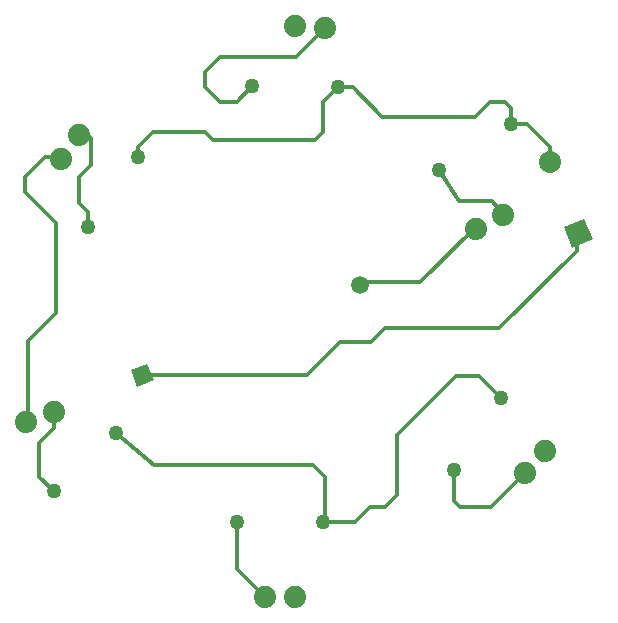
<source format=gbr>
G04 EAGLE Gerber RS-274X export*
G75*
%MOMM*%
%FSLAX34Y34*%
%LPD*%
%INTop Copper*%
%IPPOS*%
%AMOC8*
5,1,8,0,0,1.08239X$1,22.5*%
G01*
G04 Define Apertures*
%ADD10R,1.508000X1.508000*%
%ADD11C,1.508000*%
%ADD12C,1.879600*%
%ADD13C,1.260000*%
%ADD14R,1.866900X1.866900*%
%ADD15C,1.866900*%
%ADD16C,0.300000*%
D10*
G36*
X-119492Y-57656D02*
X-133423Y-63427D01*
X-139194Y-49496D01*
X-125263Y-43725D01*
X-119492Y-57656D01*
G37*
D11*
X55433Y22961D03*
D12*
X176466Y81867D03*
X153734Y70533D03*
X25380Y240591D03*
X20Y242009D03*
X-182699Y149721D03*
X-198301Y129679D03*
X-203966Y-84556D03*
X-227834Y-93244D03*
X-25399Y-241455D03*
X-1Y-241145D03*
X194835Y-136556D03*
X211565Y-117444D03*
D13*
X121768Y120410D03*
X183032Y158990D03*
X-36196Y191005D03*
X36196Y189995D03*
X-175393Y72166D03*
X-133247Y131034D03*
X-151282Y-102358D03*
X-204318Y-151642D03*
X23499Y-178053D03*
X-48899Y-177547D03*
X174359Y-73168D03*
X134609Y-133681D03*
D14*
G36*
X245079Y78656D02*
X251951Y61300D01*
X234595Y54428D01*
X227723Y71784D01*
X245079Y78656D01*
G37*
D15*
X215900Y127000D03*
D16*
X-48899Y-177547D02*
X-48892Y-177554D01*
X-48892Y-218024D01*
X-27144Y-239772D01*
X-25399Y-241455D01*
X-203633Y-98313D02*
X-203966Y-84556D01*
X-203633Y-98313D02*
X-216280Y-110960D01*
X-216280Y-139680D01*
X-204318Y-151642D01*
X134609Y-160009D02*
X134609Y-133681D01*
X134609Y-160009D02*
X139700Y-165100D01*
X166290Y-165100D01*
X194835Y-136556D01*
X166516Y93614D02*
X139010Y93614D01*
X166516Y93614D02*
X176436Y83694D01*
X139010Y93614D02*
X121768Y120410D01*
X176436Y83694D02*
X176466Y81867D01*
X-36196Y191005D02*
X-49402Y177800D01*
X-63500Y177800D01*
X-76200Y190500D01*
X-76200Y203200D01*
X-63500Y215900D01*
X689Y215900D01*
X25380Y240591D01*
X-175393Y84866D02*
X-175393Y72166D01*
X-175393Y84866D02*
X-182699Y92171D01*
X-182699Y114249D01*
X-172639Y124309D01*
X-172639Y147081D02*
X-175279Y149721D01*
X-182699Y149721D01*
X-172639Y147081D02*
X-172639Y124309D01*
X-226200Y-24882D02*
X-226200Y-90480D01*
X-226200Y-24882D02*
X-202259Y-941D01*
X-226200Y-90480D02*
X-227834Y-93244D01*
X-198301Y129679D02*
X-201318Y131196D01*
X56550Y24882D02*
X106314Y24882D01*
X151554Y70122D01*
X56550Y24882D02*
X55433Y22961D01*
X151554Y70122D02*
X153734Y70533D01*
X-202259Y75259D02*
X-202259Y-941D01*
X-202259Y75259D02*
X-228600Y101600D01*
X-228600Y114300D01*
X-211704Y131196D01*
X-201318Y131196D01*
X76200Y-13926D02*
X172948Y-13926D01*
X238835Y51961D01*
X10357Y-53576D02*
X-129343Y-53576D01*
X238835Y51961D02*
X239837Y66542D01*
X25400Y-38533D02*
X10357Y-53576D01*
X25400Y-38533D02*
X25400Y-38100D01*
X38100Y-25400D01*
X64726Y-25400D01*
X76200Y-13926D01*
X16888Y145286D02*
X23496Y151895D01*
X-133247Y139214D02*
X-133247Y131034D01*
X23496Y177295D02*
X36196Y189995D01*
X23496Y177295D02*
X23496Y151895D01*
X15152Y-129452D02*
X-119457Y-129452D01*
X-151282Y-102358D01*
X155702Y-54512D02*
X174359Y-73168D01*
X155702Y-54512D02*
X136259Y-54512D01*
X86596Y-104174D01*
X86596Y-154704D01*
X76140Y-165160D01*
X73791Y165100D02*
X48896Y189995D01*
X36196Y189995D01*
X183032Y172568D02*
X183032Y158990D01*
X183032Y172568D02*
X177800Y177800D01*
X165100Y177800D01*
X152400Y165100D01*
X73791Y165100D01*
X76140Y-165160D02*
X63560Y-165160D01*
X50667Y-178053D01*
X25400Y-139700D02*
X15152Y-129452D01*
X25400Y-139700D02*
X25400Y-176152D01*
X23499Y-178053D01*
X50667Y-178053D01*
X215900Y127000D02*
X215900Y139700D01*
X196610Y158990D01*
X183032Y158990D01*
X16888Y145286D02*
X-69086Y145286D01*
X-76200Y152400D01*
X-120061Y152400D01*
X-133247Y139214D01*
M02*

</source>
